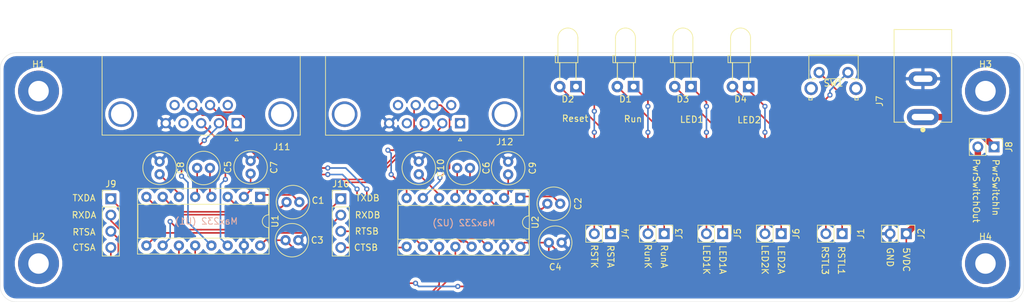
<source format=kicad_pcb>
(kicad_pcb (version 20171130) (host pcbnew 5.1.10)
  (layers (0 F.Cu signal) (31 B.Cu signal) (34 B.Paste user) (35 F.Paste user) (36 B.SilkS user) (37 F.SilkS user) (38 B.Mask user) (39 F.Mask user) (44 Edge.Cuts user))
  (net 0 "")
  (net 1 "Net-(C1-Pad2)")
  (net 2 "Net-(C1-Pad1)")
  (net 3 "Net-(C2-Pad2)")
  (net 4 "Net-(C2-Pad1)")
  (net 5 GND)
  (net 6 +5V)
  (net 7 "Net-(C5-Pad2)")
  (net 8 "Net-(C5-Pad1)")
  (net 9 "Net-(C6-Pad2)")
  (net 10 "Net-(C6-Pad1)")
  (net 11 "Net-(C7-Pad1)")
  (net 12 "Net-(C8-Pad2)")
  (net 13 "Net-(C9-Pad1)")
  (net 14 "Net-(C10-Pad2)")
  (net 15 /RunA)
  (net 16 /RunK)
  (net 17 /ResetA)
  (net 18 /ResetK)
  (net 19 /Led1A)
  (net 20 /Led1K)
  (net 21 /Led2A)
  (net 22 /Led2K)
  (net 23 /ResetLeg3)
  (net 24 /ResetLeg1)
  (net 25 /PwrSwitchIn)
  (net 26 /RS232/CTSA)
  (net 27 /RS232/RTSA)
  (net 28 /RS232/RXDA)
  (net 29 /RS232/TXDA)
  (net 30 /RS232/CTSB)
  (net 31 /RS232/RTSB)
  (net 32 /RS232/RXDB)
  (net 33 /RS232/TXDB)
  (net 34 "Net-(J11-Pad9)")
  (net 35 /RS232/CTSAOUT)
  (net 36 /RS232/RTSAOUT)
  (net 37 "Net-(J11-Pad6)")
  (net 38 "Net-(J11-Pad4)")
  (net 39 /RS232/TXDAOUT)
  (net 40 /RS232/RXDAOUT)
  (net 41 "Net-(J11-Pad1)")
  (net 42 "Net-(J12-Pad9)")
  (net 43 /RS232/CTSBOUT)
  (net 44 /RS232/RTSBOUT)
  (net 45 "Net-(J12-Pad6)")
  (net 46 "Net-(J12-Pad4)")
  (net 47 /RS232/TXDBOUT)
  (net 48 /RS232/RXDBOUT)
  (net 49 "Net-(J12-Pad1)")
  (module Symbols:CUI_PJ-037B (layer F.Cu) (at 217.2208 90.0684 90)
    (fp_text reference J7 (at 2.485784 -6.76712 90) (layer F.SilkS) (effects (font (size 1.000315 1.000315))))
    (fp_text value PJ-037B)
    (pad 2 thru_hole oval (at 6 0 90) (size 2.25 4.5) (drill oval 1 3) (layers *.Cu *.Mask) (net 5 GND))
    (pad 1 thru_hole oval (at 0 0 90) (size 2.5 5) (drill oval 1 3.5) (layers *.Cu *.Mask) (net 25 /PwrSwitchIn))
  )
  (module Connector_Dsub:DSUB-9_Male_Horizontal_P2.77x2.84mm_EdgePinOffset7.70mm_Housed_MountingHolesOffset9.12mm (layer F.Cu) (at 144.88 91.04 180)
    (fp_text reference J12 (at -6.985 -2.921) (layer F.SilkS))
    (fp_text value DB9_Male)
    (pad 0 thru_hole circle (at 18.04 1.42 180) (size 4 4) (drill 3.2) (layers *.Cu *.Mask))
    (pad 0 thru_hole circle (at -6.96 1.42 180) (size 4 4) (drill 3.2) (layers *.Cu *.Mask))
    (pad 9 thru_hole circle (at 9.695 2.84 180) (size 1.6 1.6) (drill 1) (layers *.Cu *.Mask) (net 42 "Net-(J12-Pad9)"))
    (pad 8 thru_hole circle (at 6.925 2.84 180) (size 1.6 1.6) (drill 1) (layers *.Cu *.Mask) (net 43 /RS232/CTSBOUT))
    (pad 7 thru_hole circle (at 4.155 2.84 180) (size 1.6 1.6) (drill 1) (layers *.Cu *.Mask) (net 44 /RS232/RTSBOUT))
    (pad 6 thru_hole circle (at 1.385 2.84 180) (size 1.6 1.6) (drill 1) (layers *.Cu *.Mask) (net 45 "Net-(J12-Pad6)"))
    (pad 5 thru_hole circle (at 11.08 0 180) (size 1.6 1.6) (drill 1) (layers *.Cu *.Mask) (net 5 GND))
    (pad 4 thru_hole circle (at 8.31 0 180) (size 1.6 1.6) (drill 1) (layers *.Cu *.Mask) (net 46 "Net-(J12-Pad4)"))
    (pad 3 thru_hole circle (at 5.54 0 180) (size 1.6 1.6) (drill 1) (layers *.Cu *.Mask) (net 47 /RS232/TXDBOUT))
    (pad 2 thru_hole circle (at 2.77 0 180) (size 1.6 1.6) (drill 1) (layers *.Cu *.Mask) (net 48 /RS232/RXDBOUT))
    (pad 1 thru_hole rect (at 0 0 180) (size 1.6 1.6) (drill 1) (layers *.Cu *.Mask) (net 49 "Net-(J12-Pad1)"))
  )
  (module Connector_Dsub:DSUB-9_Male_Horizontal_P2.77x2.84mm_EdgePinOffset7.70mm_Housed_MountingHolesOffset9.12mm (layer F.Cu) (at 109.96 91.03 180)
    (fp_text reference J11 (at -7.0612 -3.7084) (layer F.SilkS))
    (fp_text value DB9_Male)
    (pad 0 thru_hole circle (at 18.04 1.42 180) (size 4 4) (drill 3.2) (layers *.Cu *.Mask))
    (pad 0 thru_hole circle (at -6.96 1.42 180) (size 4 4) (drill 3.2) (layers *.Cu *.Mask))
    (pad 9 thru_hole circle (at 9.695 2.84 180) (size 1.6 1.6) (drill 1) (layers *.Cu *.Mask) (net 34 "Net-(J11-Pad9)"))
    (pad 8 thru_hole circle (at 6.925 2.84 180) (size 1.6 1.6) (drill 1) (layers *.Cu *.Mask) (net 35 /RS232/CTSAOUT))
    (pad 7 thru_hole circle (at 4.155 2.84 180) (size 1.6 1.6) (drill 1) (layers *.Cu *.Mask) (net 36 /RS232/RTSAOUT))
    (pad 6 thru_hole circle (at 1.385 2.84 180) (size 1.6 1.6) (drill 1) (layers *.Cu *.Mask) (net 37 "Net-(J11-Pad6)"))
    (pad 5 thru_hole circle (at 11.08 0 180) (size 1.6 1.6) (drill 1) (layers *.Cu *.Mask) (net 5 GND))
    (pad 4 thru_hole circle (at 8.31 0 180) (size 1.6 1.6) (drill 1) (layers *.Cu *.Mask) (net 38 "Net-(J11-Pad4)"))
    (pad 3 thru_hole circle (at 5.54 0 180) (size 1.6 1.6) (drill 1) (layers *.Cu *.Mask) (net 39 /RS232/TXDAOUT))
    (pad 2 thru_hole circle (at 2.77 0 180) (size 1.6 1.6) (drill 1) (layers *.Cu *.Mask) (net 40 /RS232/RXDAOUT))
    (pad 1 thru_hole rect (at 0 0 180) (size 1.6 1.6) (drill 1) (layers *.Cu *.Mask) (net 41 "Net-(J11-Pad1)"))
  )
  (module LED_THT:LED_D3.0mm_Horizontal_O3.81mm_Z2.0mm (layer F.Cu) (at 189.992 85.3 180)
    (fp_text reference D4 (at 1.27 -1.96) (layer F.SilkS))
    (fp_text value LED)
    (pad 2 thru_hole circle (at 2.54 0 180) (size 1.8 1.8) (drill 0.9) (layers *.Cu *.Mask) (net 21 /Led2A))
    (pad 1 thru_hole rect (at 0 0 180) (size 1.8 1.8) (drill 0.9) (layers *.Cu *.Mask) (net 22 /Led2K))
  )
  (module LED_THT:LED_D3.0mm_Horizontal_O3.81mm_Z2.0mm (layer F.Cu) (at 180.975 85.3 180)
    (fp_text reference D3 (at 1.27 -1.96) (layer F.SilkS))
    (fp_text value LED)
    (pad 2 thru_hole circle (at 2.54 0 180) (size 1.8 1.8) (drill 0.9) (layers *.Cu *.Mask) (net 19 /Led1A))
    (pad 1 thru_hole rect (at 0 0 180) (size 1.8 1.8) (drill 0.9) (layers *.Cu *.Mask) (net 20 /Led1K))
  )
  (module LED_THT:LED_D3.0mm_Horizontal_O3.81mm_Z2.0mm (layer F.Cu) (at 163 85.3 180)
    (fp_text reference D2 (at 1.27 -1.96) (layer F.SilkS))
    (fp_text value LED)
    (pad 1 thru_hole rect (at 0 0 180) (size 1.8 1.8) (drill 0.9) (layers *.Cu *.Mask) (net 18 /ResetK))
    (pad 2 thru_hole circle (at 2.54 0 180) (size 1.8 1.8) (drill 0.9) (layers *.Cu *.Mask) (net 17 /ResetA))
  )
  (module LED_THT:LED_D3.0mm_Horizontal_O3.81mm_Z2.0mm (layer F.Cu) (at 172 85.3 180)
    (fp_text reference D1 (at 1.27 -1.96) (layer F.SilkS))
    (fp_text value LED)
    (pad 1 thru_hole rect (at 0 0 180) (size 1.8 1.8) (drill 0.9) (layers *.Cu *.Mask) (net 16 /RunK))
    (pad 2 thru_hole circle (at 2.54 0 180) (size 1.8 1.8) (drill 0.9) (layers *.Cu *.Mask) (net 15 /RunA))
  )
  (module Button_Switch_THT:SW_Tactile_SPST_Angled_PTS645Vx83-2LFS (layer F.Cu) (at 201 83.09)
    (fp_text reference SW1 (at 2.25 1.68) (layer F.SilkS))
    (fp_text value SW_DIP_x01)
    (pad "" thru_hole circle (at -1.25 2.49) (size 2.1 2.1) (drill 1.3) (layers *.Cu *.Mask))
    (pad 1 thru_hole circle (at 0 0) (size 1.75 1.75) (drill 0.99) (layers *.Cu *.Mask) (net 24 /ResetLeg1))
    (pad 2 thru_hole circle (at 4.5 0) (size 1.75 1.75) (drill 0.99) (layers *.Cu *.Mask) (net 23 /ResetLeg3))
    (pad "" thru_hole circle (at 5.76 2.49) (size 2.1 2.1) (drill 1.3) (layers *.Cu *.Mask))
  )
  (module MountingHole:MountingHole_3.2mm_M3_Pad (layer F.Cu) (at 227 113)
    (fp_text reference H4 (at 0 -4.2) (layer F.SilkS))
    (fp_text value MountingHole)
    (pad 1 thru_hole circle (at 0 0) (size 6.4 6.4) (drill 3.2) (layers *.Cu *.Mask))
  )
  (module MountingHole:MountingHole_3.2mm_M3_Pad (layer F.Cu) (at 227 86)
    (fp_text reference H3 (at 0 -4.2) (layer F.SilkS))
    (fp_text value MountingHole)
    (pad 1 thru_hole circle (at 0 0) (size 6.4 6.4) (drill 3.2) (layers *.Cu *.Mask))
  )
  (module MountingHole:MountingHole_3.2mm_M3_Pad (layer F.Cu) (at 79 113)
    (fp_text reference H2 (at 0 -4.2) (layer F.SilkS))
    (fp_text value MountingHole)
    (pad 1 thru_hole circle (at 0 0) (size 6.4 6.4) (drill 3.2) (layers *.Cu *.Mask))
  )
  (module MountingHole:MountingHole_3.2mm_M3_Pad (layer F.Cu) (at 79 86)
    (fp_text reference H1 (at 0 -4.2) (layer F.SilkS))
    (fp_text value MountingHole)
    (pad 1 thru_hole circle (at 0 0) (size 6.4 6.4) (drill 3.2) (layers *.Cu *.Mask))
  )
  (module Package_DIP:DIP-16_W7.62mm_Socket (layer F.Cu) (at 154.309 102.741 270)
    (fp_text reference U2 (at 3.81 -2.33 90) (layer F.SilkS))
    (fp_text value MAX232)
    (pad 16 thru_hole oval (at 7.62 0 270) (size 1.6 1.6) (drill 0.8) (layers *.Cu *.Mask) (net 6 +5V))
    (pad 8 thru_hole oval (at 0 17.78 270) (size 1.6 1.6) (drill 0.8) (layers *.Cu *.Mask) (net 43 /RS232/CTSBOUT))
    (pad 15 thru_hole oval (at 7.62 2.54 270) (size 1.6 1.6) (drill 0.8) (layers *.Cu *.Mask) (net 5 GND))
    (pad 7 thru_hole oval (at 0 15.24 270) (size 1.6 1.6) (drill 0.8) (layers *.Cu *.Mask) (net 44 /RS232/RTSBOUT))
    (pad 14 thru_hole oval (at 7.62 5.08 270) (size 1.6 1.6) (drill 0.8) (layers *.Cu *.Mask) (net 36 /RS232/RTSAOUT))
    (pad 6 thru_hole oval (at 0 12.7 270) (size 1.6 1.6) (drill 0.8) (layers *.Cu *.Mask) (net 14 "Net-(C10-Pad2)"))
    (pad 13 thru_hole oval (at 7.62 7.62 270) (size 1.6 1.6) (drill 0.8) (layers *.Cu *.Mask) (net 35 /RS232/CTSAOUT))
    (pad 5 thru_hole oval (at 0 10.16 270) (size 1.6 1.6) (drill 0.8) (layers *.Cu *.Mask) (net 9 "Net-(C6-Pad2)"))
    (pad 12 thru_hole oval (at 7.62 10.16 270) (size 1.6 1.6) (drill 0.8) (layers *.Cu *.Mask) (net 26 /RS232/CTSA))
    (pad 4 thru_hole oval (at 0 7.62 270) (size 1.6 1.6) (drill 0.8) (layers *.Cu *.Mask) (net 10 "Net-(C6-Pad1)"))
    (pad 11 thru_hole oval (at 7.62 12.7 270) (size 1.6 1.6) (drill 0.8) (layers *.Cu *.Mask) (net 27 /RS232/RTSA))
    (pad 3 thru_hole oval (at 0 5.08 270) (size 1.6 1.6) (drill 0.8) (layers *.Cu *.Mask) (net 3 "Net-(C2-Pad2)"))
    (pad 10 thru_hole oval (at 7.62 15.24 270) (size 1.6 1.6) (drill 0.8) (layers *.Cu *.Mask) (net 31 /RS232/RTSB))
    (pad 2 thru_hole oval (at 0 2.54 270) (size 1.6 1.6) (drill 0.8) (layers *.Cu *.Mask) (net 13 "Net-(C9-Pad1)"))
    (pad 9 thru_hole oval (at 7.62 17.78 270) (size 1.6 1.6) (drill 0.8) (layers *.Cu *.Mask) (net 30 /RS232/CTSB))
    (pad 1 thru_hole rect (at 0 0 270) (size 1.6 1.6) (drill 0.8) (layers *.Cu *.Mask) (net 4 "Net-(C2-Pad1)"))
  )
  (module Package_DIP:DIP-16_W7.62mm_Socket (layer F.Cu) (at 113.6396 102.5652 270)
    (fp_text reference U1 (at 3.81 -2.33 90) (layer F.SilkS))
    (fp_text value MAX232)
    (pad 16 thru_hole oval (at 7.62 0 270) (size 1.6 1.6) (drill 0.8) (layers *.Cu *.Mask) (net 6 +5V))
    (pad 8 thru_hole oval (at 0 17.78 270) (size 1.6 1.6) (drill 0.8) (layers *.Cu *.Mask) (net 48 /RS232/RXDBOUT))
    (pad 15 thru_hole oval (at 7.62 2.54 270) (size 1.6 1.6) (drill 0.8) (layers *.Cu *.Mask) (net 5 GND))
    (pad 7 thru_hole oval (at 0 15.24 270) (size 1.6 1.6) (drill 0.8) (layers *.Cu *.Mask) (net 47 /RS232/TXDBOUT))
    (pad 14 thru_hole oval (at 7.62 5.08 270) (size 1.6 1.6) (drill 0.8) (layers *.Cu *.Mask) (net 39 /RS232/TXDAOUT))
    (pad 6 thru_hole oval (at 0 12.7 270) (size 1.6 1.6) (drill 0.8) (layers *.Cu *.Mask) (net 12 "Net-(C8-Pad2)"))
    (pad 13 thru_hole oval (at 7.62 7.62 270) (size 1.6 1.6) (drill 0.8) (layers *.Cu *.Mask) (net 40 /RS232/RXDAOUT))
    (pad 5 thru_hole oval (at 0 10.16 270) (size 1.6 1.6) (drill 0.8) (layers *.Cu *.Mask) (net 7 "Net-(C5-Pad2)"))
    (pad 12 thru_hole oval (at 7.62 10.16 270) (size 1.6 1.6) (drill 0.8) (layers *.Cu *.Mask) (net 28 /RS232/RXDA))
    (pad 4 thru_hole oval (at 0 7.62 270) (size 1.6 1.6) (drill 0.8) (layers *.Cu *.Mask) (net 8 "Net-(C5-Pad1)"))
    (pad 11 thru_hole oval (at 7.62 12.7 270) (size 1.6 1.6) (drill 0.8) (layers *.Cu *.Mask) (net 29 /RS232/TXDA))
    (pad 3 thru_hole oval (at 0 5.08 270) (size 1.6 1.6) (drill 0.8) (layers *.Cu *.Mask) (net 1 "Net-(C1-Pad2)"))
    (pad 10 thru_hole oval (at 7.62 15.24 270) (size 1.6 1.6) (drill 0.8) (layers *.Cu *.Mask) (net 33 /RS232/TXDB))
    (pad 2 thru_hole oval (at 0 2.54 270) (size 1.6 1.6) (drill 0.8) (layers *.Cu *.Mask) (net 11 "Net-(C7-Pad1)"))
    (pad 9 thru_hole oval (at 7.62 17.78 270) (size 1.6 1.6) (drill 0.8) (layers *.Cu *.Mask) (net 32 /RS232/RXDB))
    (pad 1 thru_hole rect (at 0 0 270) (size 1.6 1.6) (drill 0.8) (layers *.Cu *.Mask) (net 2 "Net-(C1-Pad1)"))
  )
  (module Connector_PinHeader_2.54mm:PinHeader_1x04_P2.54mm_Vertical (layer F.Cu) (at 126.238 102.87)
    (fp_text reference J10 (at 0 -2.33) (layer F.SilkS))
    (fp_text value Conn_01x04_Male)
    (pad 4 thru_hole oval (at 0 7.62) (size 1.7 1.7) (drill 1) (layers *.Cu *.Mask) (net 30 /RS232/CTSB))
    (pad 3 thru_hole oval (at 0 5.08) (size 1.7 1.7) (drill 1) (layers *.Cu *.Mask) (net 31 /RS232/RTSB))
    (pad 2 thru_hole oval (at 0 2.54) (size 1.7 1.7) (drill 1) (layers *.Cu *.Mask) (net 32 /RS232/RXDB))
    (pad 1 thru_hole rect (at 0 0) (size 1.7 1.7) (drill 1) (layers *.Cu *.Mask) (net 33 /RS232/TXDB))
  )
  (module Connector_PinHeader_2.54mm:PinHeader_1x04_P2.54mm_Vertical (layer F.Cu) (at 90.297 102.87)
    (fp_text reference J9 (at 0 -2.33) (layer F.SilkS))
    (fp_text value Conn_01x04_Male)
    (pad 4 thru_hole oval (at 0 7.62) (size 1.7 1.7) (drill 1) (layers *.Cu *.Mask) (net 26 /RS232/CTSA))
    (pad 3 thru_hole oval (at 0 5.08) (size 1.7 1.7) (drill 1) (layers *.Cu *.Mask) (net 27 /RS232/RTSA))
    (pad 2 thru_hole oval (at 0 2.54) (size 1.7 1.7) (drill 1) (layers *.Cu *.Mask) (net 28 /RS232/RXDA))
    (pad 1 thru_hole rect (at 0 0) (size 1.7 1.7) (drill 1) (layers *.Cu *.Mask) (net 29 /RS232/TXDA))
  )
  (module Connector_PinHeader_2.54mm:PinHeader_1x02_P2.54mm_Vertical (layer F.Cu) (at 228.346 94.742 270)
    (fp_text reference J8 (at 0 -2.33 90) (layer F.SilkS))
    (fp_text value Conn_01x02_Male)
    (pad 2 thru_hole oval (at 0 2.54 270) (size 1.7 1.7) (drill 1) (layers *.Cu *.Mask) (net 6 +5V))
    (pad 1 thru_hole rect (at 0 0 270) (size 1.7 1.7) (drill 1) (layers *.Cu *.Mask) (net 25 /PwrSwitchIn))
  )
  (module Connector_PinHeader_2.54mm:PinHeader_1x02_P2.54mm_Vertical (layer F.Cu) (at 195.072 108.331 270)
    (fp_text reference J6 (at 0 -2.33 90) (layer F.SilkS))
    (fp_text value Conn_01x02_Male)
    (pad 2 thru_hole oval (at 0 2.54 270) (size 1.7 1.7) (drill 1) (layers *.Cu *.Mask) (net 22 /Led2K))
    (pad 1 thru_hole rect (at 0 0 270) (size 1.7 1.7) (drill 1) (layers *.Cu *.Mask) (net 21 /Led2A))
  )
  (module Connector_PinHeader_2.54mm:PinHeader_1x02_P2.54mm_Vertical (layer F.Cu) (at 185.928 108.331 270)
    (fp_text reference J5 (at 0 -2.33 90) (layer F.SilkS))
    (fp_text value Conn_01x02_Male)
    (pad 2 thru_hole oval (at 0 2.54 270) (size 1.7 1.7) (drill 1) (layers *.Cu *.Mask) (net 20 /Led1K))
    (pad 1 thru_hole rect (at 0 0 270) (size 1.7 1.7) (drill 1) (layers *.Cu *.Mask) (net 19 /Led1A))
  )
  (module Connector_PinHeader_2.54mm:PinHeader_1x02_P2.54mm_Vertical (layer F.Cu) (at 168.402 108.331 270)
    (fp_text reference J4 (at 0 -2.33 90) (layer F.SilkS))
    (fp_text value Conn_01x02_Male)
    (pad 2 thru_hole oval (at 0 2.54 270) (size 1.7 1.7) (drill 1) (layers *.Cu *.Mask) (net 18 /ResetK))
    (pad 1 thru_hole rect (at 0 0 270) (size 1.7 1.7) (drill 1) (layers *.Cu *.Mask) (net 17 /ResetA))
  )
  (module Connector_PinHeader_2.54mm:PinHeader_1x02_P2.54mm_Vertical (layer F.Cu) (at 176.784 108.331 270)
    (fp_text reference J3 (at 0 -2.33 90) (layer F.SilkS))
    (fp_text value Conn_01x02_Male)
    (pad 2 thru_hole oval (at 0 2.54 270) (size 1.7 1.7) (drill 1) (layers *.Cu *.Mask) (net 16 /RunK))
    (pad 1 thru_hole rect (at 0 0 270) (size 1.7 1.7) (drill 1) (layers *.Cu *.Mask) (net 15 /RunA))
  )
  (module Connector_PinHeader_2.54mm:PinHeader_1x02_P2.54mm_Vertical (layer F.Cu) (at 214.63 108.331 270)
    (fp_text reference J2 (at 0 -2.33 90) (layer F.SilkS))
    (fp_text value Conn_01x02_Male)
    (pad 2 thru_hole oval (at 0 2.54 270) (size 1.7 1.7) (drill 1) (layers *.Cu *.Mask) (net 5 GND))
    (pad 1 thru_hole rect (at 0 0 270) (size 1.7 1.7) (drill 1) (layers *.Cu *.Mask) (net 6 +5V))
  )
  (module Connector_PinHeader_2.54mm:PinHeader_1x02_P2.54mm_Vertical (layer F.Cu) (at 204.597 108.331 270)
    (fp_text reference J1 (at 0 -2.921 90) (layer F.SilkS))
    (fp_text value Conn_01x02_Male)
    (pad 2 thru_hole oval (at 0 2.54 270) (size 1.7 1.7) (drill 1) (layers *.Cu *.Mask) (net 23 /ResetLeg3))
    (pad 1 thru_hole rect (at 0 0 270) (size 1.7 1.7) (drill 1) (layers *.Cu *.Mask) (net 24 /ResetLeg1))
  )
  (module Capacitor_THT:C_Radial_D5.0mm_H11.0mm_P2.00mm (layer F.Cu) (at 138.43 97.028 270)
    (fp_text reference C10 (at 1.016 -3.429 90) (layer F.SilkS))
    (fp_text value 1uF)
    (pad 2 thru_hole circle (at 2 0 270) (size 1.6 1.6) (drill 0.8) (layers *.Cu *.Mask) (net 14 "Net-(C10-Pad2)"))
    (pad 1 thru_hole circle (at 0 0 270) (size 1.6 1.6) (drill 0.8) (layers *.Cu *.Mask) (net 5 GND))
  )
  (module Capacitor_THT:C_Radial_D5.0mm_H11.0mm_P2.00mm (layer F.Cu) (at 152.4 99.06 90)
    (fp_text reference C9 (at 1 3.81 90) (layer F.SilkS))
    (fp_text value 1uF)
    (pad 2 thru_hole circle (at 2 0 90) (size 1.6 1.6) (drill 0.8) (layers *.Cu *.Mask) (net 5 GND))
    (pad 1 thru_hole circle (at 0 0 90) (size 1.6 1.6) (drill 0.8) (layers *.Cu *.Mask) (net 13 "Net-(C9-Pad1)"))
  )
  (module Capacitor_THT:C_Radial_D5.0mm_H11.0mm_P2.00mm (layer F.Cu) (at 97.917 97.028 270)
    (fp_text reference C8 (at 1.016 -3.302 90) (layer F.SilkS))
    (fp_text value 1uF)
    (pad 2 thru_hole circle (at 2 0 270) (size 1.6 1.6) (drill 0.8) (layers *.Cu *.Mask) (net 12 "Net-(C8-Pad2)"))
    (pad 1 thru_hole circle (at 0 0 270) (size 1.6 1.6) (drill 0.8) (layers *.Cu *.Mask) (net 5 GND))
  )
  (module Capacitor_THT:C_Radial_D5.0mm_H11.0mm_P2.00mm (layer F.Cu) (at 112.141 98.933 90)
    (fp_text reference C7 (at 0.9652 3.6576 90) (layer F.SilkS))
    (fp_text value 1uF)
    (pad 2 thru_hole circle (at 2 0 90) (size 1.6 1.6) (drill 0.8) (layers *.Cu *.Mask) (net 5 GND))
    (pad 1 thru_hole circle (at 0 0 90) (size 1.6 1.6) (drill 0.8) (layers *.Cu *.Mask) (net 11 "Net-(C7-Pad1)"))
  )
  (module Capacitor_THT:C_Radial_D5.0mm_H11.0mm_P2.00mm (layer F.Cu) (at 146.431 98.044 180)
    (fp_text reference C6 (at -2.54 0 270) (layer F.SilkS))
    (fp_text value 1uF)
    (pad 2 thru_hole circle (at 2 0 180) (size 1.6 1.6) (drill 0.8) (layers *.Cu *.Mask) (net 9 "Net-(C6-Pad2)"))
    (pad 1 thru_hole circle (at 0 0 180) (size 1.6 1.6) (drill 0.8) (layers *.Cu *.Mask) (net 10 "Net-(C6-Pad1)"))
  )
  (module Capacitor_THT:C_Radial_D5.0mm_H11.0mm_P2.00mm (layer F.Cu) (at 105.791 98.044 180)
    (fp_text reference C5 (at -2.794 0.127 270) (layer F.SilkS))
    (fp_text value 1uF)
    (pad 2 thru_hole circle (at 2 0 180) (size 1.6 1.6) (drill 0.8) (layers *.Cu *.Mask) (net 7 "Net-(C5-Pad2)"))
    (pad 1 thru_hole circle (at 0 0 180) (size 1.6 1.6) (drill 0.8) (layers *.Cu *.Mask) (net 8 "Net-(C5-Pad1)"))
  )
  (module Capacitor_THT:C_Radial_D5.0mm_H11.0mm_P2.00mm (layer F.Cu) (at 158.75 109.728)
    (fp_text reference C4 (at 1.016 3.81 180) (layer F.SilkS))
    (fp_text value 1uF)
    (pad 2 thru_hole circle (at 2 0) (size 1.6 1.6) (drill 0.8) (layers *.Cu *.Mask) (net 5 GND))
    (pad 1 thru_hole circle (at 0 0) (size 1.6 1.6) (drill 0.8) (layers *.Cu *.Mask) (net 6 +5V))
  )
  (module Capacitor_THT:C_Radial_D5.0mm_H11.0mm_P2.00mm (layer F.Cu) (at 117.602 109.347)
    (fp_text reference C3 (at 4.953 0) (layer F.SilkS))
    (fp_text value 1uF)
    (pad 2 thru_hole circle (at 2 0) (size 1.6 1.6) (drill 0.8) (layers *.Cu *.Mask) (net 5 GND))
    (pad 1 thru_hole circle (at 0 0) (size 1.6 1.6) (drill 0.8) (layers *.Cu *.Mask) (net 6 +5V))
  )
  (module Capacitor_THT:C_Radial_D5.0mm_H11.0mm_P2.00mm (layer F.Cu) (at 160.528 103.632 180)
    (fp_text reference C2 (at -2.794 0 270) (layer F.SilkS))
    (fp_text value 1uF)
    (pad 2 thru_hole circle (at 2 0 180) (size 1.6 1.6) (drill 0.8) (layers *.Cu *.Mask) (net 3 "Net-(C2-Pad2)"))
    (pad 1 thru_hole circle (at 0 0 180) (size 1.6 1.6) (drill 0.8) (layers *.Cu *.Mask) (net 4 "Net-(C2-Pad1)"))
  )
  (module Capacitor_THT:C_Radial_D5.0mm_H11.0mm_P2.00mm (layer F.Cu) (at 119.761 103.378 180)
    (fp_text reference C1 (at -2.921 0.254) (layer F.SilkS))
    (fp_text value 1uF)
    (pad 2 thru_hole circle (at 2 0 180) (size 1.6 1.6) (drill 0.8) (layers *.Cu *.Mask) (net 1 "Net-(C1-Pad2)"))
    (pad 1 thru_hole circle (at 0 0 180) (size 1.6 1.6) (drill 0.8) (layers *.Cu *.Mask) (net 2 "Net-(C1-Pad1)"))
  )
  (gr_arc (start 75.5 82.5) (end 75.5 80) (angle -90) (layer Edge.Cuts) (width 0.05))
  (gr_arc (start 75.5 116.5) (end 73 116.5) (angle -90) (layer Edge.Cuts) (width 0.05))
  (gr_arc (start 230.5 116.5) (end 230.5 119) (angle -90) (layer Edge.Cuts) (width 0.05))
  (gr_arc (start 230.5 82.5) (end 233 82.5) (angle -90) (layer Edge.Cuts) (width 0.05))
  (gr_text "Max232 (U2)" (at 145.48 106.64) (layer B.SilkS) (effects (font (size 1 1)) (justify mirror)))
  (gr_text "Max232 (U1)" (at 105.23 106.38) (layer B.SilkS) (effects (font (size 1 1)) (justify mirror)))
  (gr_line (start 73 116.5) (end 73 82.5) (layer Edge.Cuts) (width 0.05))
  (gr_line (start 230.5 119) (end 75.5 119) (layer Edge.Cuts) (width 0.05))
  (gr_line (start 233 82.5) (end 233 116.5) (layer Edge.Cuts) (width 0.05))
  (gr_line (start 75.5 80) (end 230.5 80) (layer Edge.Cuts) (width 0.05))
  (gr_text LED2 (at 190.0682 90.5256) (layer F.SilkS) (effects (font (size 1 1))))
  (gr_text LED1 (at 181.102 90.4494) (layer F.SilkS) (effects (font (size 1 1))))
  (gr_text Run (at 171.9072 90.3732) (layer F.SilkS) (effects (font (size 1 1))))
  (gr_text Reset (at 162.8648 90.297) (layer F.SilkS) (effects (font (size 1 1))))
  (gr_text RSTK (at 165.862 111.887 270) (layer F.SilkS) (effects (font (size 1 1))))
  (gr_text RSTA (at 168.402 111.887 270) (layer F.SilkS) (effects (font (size 1 1))))
  (gr_text RunK (at 174.244 111.887 270) (layer F.SilkS) (effects (font (size 1 1))))
  (gr_text RunA (at 176.784 111.887 270) (layer F.SilkS) (effects (font (size 1 1))))
  (gr_text LED1K (at 183.388 112.395 270) (layer F.SilkS) (effects (font (size 1 1))))
  (gr_text LED1A (at 185.928 112.395 270) (layer F.SilkS) (effects (font (size 1 1))))
  (gr_text LED2K (at 192.532 112.395 270) (layer F.SilkS) (effects (font (size 1 1))))
  (gr_text LED2A (at 195.072 112.395 270) (layer F.SilkS) (effects (font (size 1 1))))
  (gr_text 5VDC (at 214.63 112.395 270) (layer F.SilkS) (effects (font (size 1 1))))
  (gr_text GND (at 212.09 112.014 270) (layer F.SilkS) (effects (font (size 1 1))))
  (gr_text PwrSwitchOut (at 225.552 101.6 270) (layer F.SilkS) (effects (font (size 1 1))))
  (gr_text PwrSwitchIn (at 228.6 101.092 270) (layer F.SilkS) (effects (font (size 1 1))))
  (gr_text RSTL3 (at 201.93 112.522 270) (layer F.SilkS) (effects (font (size 1 1))))
  (gr_text RSTL1 (at 204.47 112.522 270) (layer F.SilkS) (effects (font (size 1 1))))
  (gr_text CTSB (at 130.175 110.49) (layer F.SilkS) (effects (font (size 1 1))))
  (gr_text RTSB (at 130.302 107.95) (layer F.SilkS) (effects (font (size 1 1))))
  (gr_text RXDB (at 130.429 105.41) (layer F.SilkS) (effects (font (size 1 1))))
  (gr_text TXDB (at 130.429 102.743) (layer F.SilkS) (effects (font (size 1 1))))
  (gr_text CTSA (at 86.106 110.49) (layer F.SilkS) (effects (font (size 1 1))))
  (gr_text RTSA (at 86.106 108.077) (layer F.SilkS) (effects (font (size 1 1))))
  (gr_text RXDA (at 86.106 105.41) (layer F.SilkS) (effects (font (size 1 1))))
  (gr_text TXDA (at 86.106 102.743) (layer F.SilkS) (effects (font (size 1 1))))
  (segment (start 110.172399 104.177999) (end 108.5596 102.5652) (width 0.25) (layer F.Cu) (net 1))
  (segment (start 116.961001 104.177999) (end 110.172399 104.177999) (width 0.25) (layer F.Cu) (net 1))
  (segment (start 117.761 103.378) (end 116.961001 104.177999) (width 0.25) (layer F.Cu) (net 1))
  (segment (start 113.951801 102.252999) (end 113.6396 102.5652) (width 0.25) (layer F.Cu) (net 2))
  (segment (start 118.635999 102.252999) (end 113.951801 102.252999) (width 0.25) (layer F.Cu) (net 2))
  (segment (start 119.761 103.378) (end 118.635999 102.252999) (width 0.25) (layer F.Cu) (net 2))
  (segment (start 150.919999 104.431999) (end 149.229 102.741) (width 0.25) (layer F.Cu) (net 3))
  (segment (start 157.728001 104.431999) (end 150.919999 104.431999) (width 0.25) (layer F.Cu) (net 3))
  (segment (start 158.528 103.632) (end 157.728001 104.431999) (width 0.25) (layer F.Cu) (net 3))
  (segment (start 154.543001 102.506999) (end 154.309 102.741) (width 0.25) (layer F.Cu) (net 4))
  (segment (start 159.402999 102.506999) (end 154.543001 102.506999) (width 0.25) (layer F.Cu) (net 4))
  (segment (start 160.528 103.632) (end 159.402999 102.506999) (width 0.25) (layer F.Cu) (net 4))
  (segment (start 114.4778 109.347) (end 113.6396 110.1852) (width 0.25) (layer F.Cu) (net 6))
  (segment (start 117.602 109.347) (end 114.4778 109.347) (width 0.25) (layer F.Cu) (net 6))
  (segment (start 154.942 109.728) (end 154.309 110.361) (width 0.25) (layer F.Cu) (net 6))
  (segment (start 158.75 109.728) (end 154.942 109.728) (width 0.25) (layer F.Cu) (net 6))
  (segment (start 158.75 109.728) (end 158.75 113.538) (width 0.254) (layer F.Cu) (net 6))
  (segment (start 158.75 113.538) (end 155.702 116.586) (width 0.254) (layer F.Cu) (net 6))
  (segment (start 155.702 116.586) (end 144.526 116.586) (width 0.254) (layer F.Cu) (net 6))
  (segment (start 144.526 116.586) (end 144.526 116.586) (width 0.254) (layer F.Cu) (net 6))
  (via (at 144.526 116.586) (size 0.8) (drill 0.4) (layers F.Cu B.Cu) (net 6))
  (segment (start 144.526 116.586) (end 138.43 116.586) (width 0.254) (layer B.Cu) (net 6))
  (segment (start 138.43 116.586) (end 137.922 116.078) (width 0.254) (layer B.Cu) (net 6))
  (segment (start 137.922 116.078) (end 137.922 116.078) (width 0.254) (layer B.Cu) (net 6))
  (via (at 137.922 116.078) (size 0.8) (drill 0.4) (layers F.Cu B.Cu) (net 6))
  (segment (start 124.333 116.078) (end 117.602 109.347) (width 0.254) (layer F.Cu) (net 6))
  (segment (start 137.922 116.078) (end 124.333 116.078) (width 0.254) (layer F.Cu) (net 6))
  (segment (start 225.806 97.155) (end 214.63 108.331) (width 1) (layer F.Cu) (net 6))
  (segment (start 225.806 94.742) (end 225.806 97.155) (width 1) (layer F.Cu) (net 6))
  (segment (start 214.63 108.331) (end 214.63 111.76) (width 0.254) (layer F.Cu) (net 6))
  (segment (start 214.63 111.76) (end 213.36 113.03) (width 0.254) (layer F.Cu) (net 6))
  (segment (start 162.052 113.03) (end 158.75 109.728) (width 0.254) (layer F.Cu) (net 6))
  (segment (start 213.36 113.03) (end 162.052 113.03) (width 0.254) (layer F.Cu) (net 6))
  (segment (start 103.791 102.2538) (end 103.4796 102.5652) (width 0.25) (layer F.Cu) (net 7))
  (segment (start 103.791 98.044) (end 103.791 102.2538) (width 0.25) (layer F.Cu) (net 7))
  (segment (start 105.791 102.3366) (end 106.0196 102.5652) (width 0.25) (layer F.Cu) (net 8))
  (segment (start 105.791 98.044) (end 105.791 102.3366) (width 0.25) (layer F.Cu) (net 8))
  (segment (start 144.431 102.459) (end 144.149 102.741) (width 0.25) (layer F.Cu) (net 9))
  (segment (start 144.431 98.044) (end 144.431 102.459) (width 0.25) (layer F.Cu) (net 9))
  (segment (start 146.431 102.483) (end 146.689 102.741) (width 0.25) (layer F.Cu) (net 10))
  (segment (start 146.431 98.044) (end 146.431 102.483) (width 0.25) (layer F.Cu) (net 10))
  (segment (start 112.141 101.5238) (end 111.0996 102.5652) (width 0.25) (layer F.Cu) (net 11))
  (segment (start 112.141 98.933) (end 112.141 101.5238) (width 0.25) (layer F.Cu) (net 11))
  (segment (start 100.9396 102.0506) (end 100.9396 102.5652) (width 0.25) (layer F.Cu) (net 12))
  (segment (start 97.917 99.028) (end 100.9396 102.0506) (width 0.25) (layer F.Cu) (net 12))
  (segment (start 152.4 102.11) (end 151.769 102.741) (width 0.25) (layer F.Cu) (net 13))
  (segment (start 152.4 99.06) (end 152.4 102.11) (width 0.25) (layer F.Cu) (net 13))
  (segment (start 141.609 102.207) (end 141.609 102.741) (width 0.25) (layer F.Cu) (net 14))
  (segment (start 138.43 99.028) (end 141.609 102.207) (width 0.25) (layer F.Cu) (net 14))
  (segment (start 176.784 92.624) (end 169.46 85.3) (width 0.25) (layer F.Cu) (net 15))
  (segment (start 176.784 108.331) (end 176.784 92.624) (width 0.25) (layer F.Cu) (net 15))
  (segment (start 174.244 108.331) (end 174.244 92.456) (width 0.25) (layer F.Cu) (net 16))
  (segment (start 174.244 92.456) (end 174.244 92.456) (width 0.25) (layer F.Cu) (net 16))
  (via (at 174.244 92.456) (size 0.8) (drill 0.4) (layers F.Cu B.Cu) (net 16))
  (segment (start 174.244 92.456) (end 174.244 88.392) (width 0.25) (layer B.Cu) (net 16))
  (segment (start 174.244 88.392) (end 174.244 88.392) (width 0.25) (layer B.Cu) (net 16))
  (via (at 174.244 88.392) (size 0.8) (drill 0.4) (layers F.Cu B.Cu) (net 16))
  (segment (start 174.244 87.544) (end 172 85.3) (width 0.25) (layer F.Cu) (net 16))
  (segment (start 174.244 88.392) (end 174.244 87.544) (width 0.25) (layer F.Cu) (net 16))
  (segment (start 168.402 93.242) (end 160.46 85.3) (width 0.25) (layer F.Cu) (net 17))
  (segment (start 168.402 108.331) (end 168.402 93.242) (width 0.25) (layer F.Cu) (net 17))
  (segment (start 165.862 108.331) (end 165.862 92.456) (width 0.25) (layer F.Cu) (net 18))
  (segment (start 165.862 92.456) (end 165.862 92.456) (width 0.25) (layer F.Cu) (net 18))
  (via (at 165.862 92.456) (size 0.8) (drill 0.4) (layers F.Cu B.Cu) (net 18))
  (segment (start 165.862 92.456) (end 165.862 89.154) (width 0.25) (layer B.Cu) (net 18))
  (segment (start 165.862 89.154) (end 165.862 89.154) (width 0.25) (layer B.Cu) (net 18))
  (via (at 165.862 89.154) (size 0.8) (drill 0.4) (layers F.Cu B.Cu) (net 18))
  (segment (start 165.862 88.162) (end 163 85.3) (width 0.25) (layer F.Cu) (net 18))
  (segment (start 165.862 89.154) (end 165.862 88.162) (width 0.25) (layer F.Cu) (net 18))
  (segment (start 185.928 92.793) (end 178.435 85.3) (width 0.25) (layer F.Cu) (net 19))
  (segment (start 185.928 108.331) (end 185.928 92.793) (width 0.25) (layer F.Cu) (net 19))
  (segment (start 183.388 108.331) (end 183.388 92.456) (width 0.25) (layer F.Cu) (net 20))
  (segment (start 183.388 92.456) (end 183.388 92.456) (width 0.25) (layer F.Cu) (net 20))
  (via (at 183.388 92.456) (size 0.8) (drill 0.4) (layers F.Cu B.Cu) (net 20))
  (segment (start 183.388 92.456) (end 183.388 88.392) (width 0.25) (layer B.Cu) (net 20))
  (segment (start 183.388 88.392) (end 183.388 88.392) (width 0.25) (layer B.Cu) (net 20))
  (via (at 183.388 88.392) (size 0.8) (drill 0.4) (layers F.Cu B.Cu) (net 20))
  (segment (start 183.388 87.713) (end 180.975 85.3) (width 0.25) (layer F.Cu) (net 20))
  (segment (start 183.388 88.392) (end 183.388 87.713) (width 0.25) (layer F.Cu) (net 20))
  (segment (start 195.072 92.92) (end 187.452 85.3) (width 0.25) (layer F.Cu) (net 21))
  (segment (start 195.072 108.331) (end 195.072 92.92) (width 0.25) (layer F.Cu) (net 21))
  (segment (start 192.532 108.331) (end 192.532 92.456) (width 0.25) (layer F.Cu) (net 22))
  (segment (start 192.532 92.456) (end 192.532 92.456) (width 0.25) (layer F.Cu) (net 22))
  (via (at 192.532 92.456) (size 0.8) (drill 0.4) (layers F.Cu B.Cu) (net 22))
  (segment (start 192.532 92.456) (end 192.532 88.392) (width 0.25) (layer B.Cu) (net 22))
  (segment (start 192.532 88.392) (end 192.532 88.392) (width 0.25) (layer B.Cu) (net 22))
  (via (at 192.532 88.392) (size 0.8) (drill 0.4) (layers F.Cu B.Cu) (net 22))
  (segment (start 189.992 85.852) (end 192.532 88.392) (width 0.25) (layer F.Cu) (net 22))
  (segment (start 189.992 85.3) (end 189.992 85.852) (width 0.25) (layer F.Cu) (net 22))
  (segment (start 202.057 108.331) (end 202.057 87.249) (width 0.254) (layer F.Cu) (net 23))
  (segment (start 202.057 87.249) (end 202.692 86.614) (width 0.254) (layer F.Cu) (net 23))
  (segment (start 202.692 86.614) (end 202.692 86.614) (width 0.254) (layer F.Cu) (net 23))
  (via (at 202.692 86.614) (size 0.8) (drill 0.4) (layers F.Cu B.Cu) (net 23))
  (segment (start 202.692 85.898) (end 205.5 83.09) (width 0.254) (layer B.Cu) (net 23))
  (segment (start 202.692 86.614) (end 202.692 85.898) (width 0.254) (layer B.Cu) (net 23))
  (segment (start 204.597 86.687) (end 201 83.09) (width 0.254) (layer F.Cu) (net 24))
  (segment (start 204.597 108.331) (end 204.597 86.687) (width 0.254) (layer F.Cu) (net 24))
  (segment (start 223.6724 90.0684) (end 228.346 94.742) (width 1) (layer F.Cu) (net 25))
  (segment (start 217.2208 90.0684) (end 223.6724 90.0684) (width 1) (layer F.Cu) (net 25))
  (segment (start 90.297 110.49) (end 90.297 114.427) (width 0.25) (layer F.Cu) (net 26))
  (segment (start 90.297 114.427) (end 93.726 117.856) (width 0.25) (layer F.Cu) (net 26))
  (segment (start 93.726 117.856) (end 140.716 117.856) (width 0.25) (layer F.Cu) (net 26))
  (segment (start 144.149 114.423) (end 144.149 110.361) (width 0.25) (layer F.Cu) (net 26))
  (segment (start 140.716 117.856) (end 144.149 114.423) (width 0.25) (layer F.Cu) (net 26))
  (segment (start 91.472001 112.235999) (end 90.74701 112.96099) (width 0.25) (layer F.Cu) (net 27))
  (segment (start 91.472001 109.125001) (end 91.472001 112.235999) (width 0.25) (layer F.Cu) (net 27))
  (segment (start 90.297 107.95) (end 91.472001 109.125001) (width 0.25) (layer F.Cu) (net 27))
  (segment (start 90.74701 112.96099) (end 90.74701 114.2406) (width 0.25) (layer F.Cu) (net 27))
  (segment (start 90.74701 114.2406) (end 93.9124 117.40599) (width 0.25) (layer F.Cu) (net 27))
  (segment (start 93.9124 117.40599) (end 140.5296 117.40599) (width 0.25) (layer F.Cu) (net 27))
  (segment (start 141.609 116.32659) (end 141.609 110.361) (width 0.25) (layer F.Cu) (net 27))
  (segment (start 140.5296 117.40599) (end 141.609 116.32659) (width 0.25) (layer F.Cu) (net 27))
  (segment (start 99.96002 116.95598) (end 103.4796 113.4364) (width 0.25) (layer F.Cu) (net 28))
  (segment (start 94.0988 116.95598) (end 99.96002 116.95598) (width 0.25) (layer F.Cu) (net 28))
  (segment (start 103.4796 113.4364) (end 103.4796 110.1852) (width 0.25) (layer F.Cu) (net 28))
  (segment (start 91.19702 114.0542) (end 94.0988 116.95598) (width 0.25) (layer F.Cu) (net 28))
  (segment (start 91.19702 113.14739) (end 91.19702 114.0542) (width 0.25) (layer F.Cu) (net 28))
  (segment (start 91.922011 112.422399) (end 91.19702 113.14739) (width 0.25) (layer F.Cu) (net 28))
  (segment (start 91.922011 107.912613) (end 91.922011 112.422399) (width 0.25) (layer F.Cu) (net 28))
  (segment (start 90.297 106.287602) (end 91.922011 107.912613) (width 0.25) (layer F.Cu) (net 28))
  (segment (start 90.297 105.41) (end 90.297 106.287602) (width 0.25) (layer F.Cu) (net 28))
  (segment (start 92.37202 112.6088) (end 91.64703 113.33379) (width 0.25) (layer F.Cu) (net 29))
  (segment (start 92.372021 104.945021) (end 92.37202 112.6088) (width 0.25) (layer F.Cu) (net 29))
  (segment (start 90.297 102.87) (end 92.372021 104.945021) (width 0.25) (layer F.Cu) (net 29))
  (segment (start 91.64703 113.33379) (end 91.64703 113.8678) (width 0.25) (layer F.Cu) (net 29))
  (segment (start 91.64703 113.8678) (end 94.2852 116.50597) (width 0.25) (layer F.Cu) (net 29))
  (segment (start 94.2852 116.50597) (end 99.77362 116.50597) (width 0.25) (layer F.Cu) (net 29))
  (segment (start 100.9396 115.33999) (end 100.9396 110.1852) (width 0.25) (layer F.Cu) (net 29))
  (segment (start 99.77362 116.50597) (end 100.9396 115.33999) (width 0.25) (layer F.Cu) (net 29))
  (segment (start 136.4 110.49) (end 136.529 110.361) (width 0.25) (layer F.Cu) (net 30))
  (segment (start 126.238 110.49) (end 136.4 110.49) (width 0.25) (layer F.Cu) (net 30))
  (segment (start 136.658 107.95) (end 139.069 110.361) (width 0.25) (layer F.Cu) (net 31))
  (segment (start 126.238 107.95) (end 136.658 107.95) (width 0.25) (layer F.Cu) (net 31))
  (segment (start 126.238 105.41) (end 123.444 108.204) (width 0.25) (layer F.Cu) (net 32))
  (segment (start 97.8408 108.204) (end 95.8596 110.1852) (width 0.25) (layer F.Cu) (net 32))
  (segment (start 123.444 108.204) (end 97.8408 108.204) (width 0.25) (layer F.Cu) (net 32))
  (segment (start 126.238 102.87) (end 124.206 104.902) (width 0.25) (layer F.Cu) (net 33))
  (segment (start 124.206 104.902) (end 124.206 106.80559) (width 0.25) (layer F.Cu) (net 33))
  (segment (start 124.206 106.80559) (end 123.31559 107.696) (width 0.25) (layer F.Cu) (net 33))
  (segment (start 123.31559 107.696) (end 104.394 107.696) (width 0.25) (layer F.Cu) (net 33))
  (segment (start 104.394 107.696) (end 100.838 107.696) (width 0.25) (layer F.Cu) (net 33))
  (segment (start 100.838 107.696) (end 99.568 106.426) (width 0.25) (layer F.Cu) (net 33))
  (segment (start 99.568 106.426) (end 99.568 106.426) (width 0.25) (layer F.Cu) (net 33))
  (via (at 99.568 106.426) (size 0.8) (drill 0.4) (layers F.Cu B.Cu) (net 33))
  (segment (start 99.568 109.0168) (end 98.3996 110.1852) (width 0.25) (layer B.Cu) (net 33))
  (segment (start 99.568 106.426) (end 99.568 109.0168) (width 0.25) (layer B.Cu) (net 33))
  (segment (start 145.014003 109.561001) (end 142.895002 107.442) (width 0.25) (layer F.Cu) (net 35))
  (segment (start 145.889001 109.561001) (end 145.014003 109.561001) (width 0.25) (layer F.Cu) (net 35))
  (segment (start 146.689 110.361) (end 145.889001 109.561001) (width 0.25) (layer F.Cu) (net 35))
  (segment (start 142.895002 107.442) (end 130.81 107.442) (width 0.25) (layer F.Cu) (net 35))
  (segment (start 130.81 107.442) (end 128.778 105.41) (width 0.25) (layer F.Cu) (net 35))
  (segment (start 128.778 105.41) (end 128.778 101.346) (width 0.25) (layer F.Cu) (net 35))
  (segment (start 128.778 101.346) (end 128.778 101.346) (width 0.25) (layer F.Cu) (net 35))
  (via (at 128.778 101.346) (size 0.8) (drill 0.4) (layers F.Cu B.Cu) (net 35))
  (segment (start 128.778 101.346) (end 126.492 99.06) (width 0.25) (layer B.Cu) (net 35))
  (segment (start 126.492 99.06) (end 124.206 99.06) (width 0.25) (layer B.Cu) (net 35))
  (segment (start 124.206 99.06) (end 124.206 99.06) (width 0.25) (layer B.Cu) (net 35))
  (via (at 124.206 99.06) (size 0.8) (drill 0.4) (layers F.Cu B.Cu) (net 35))
  (segment (start 115.933002 99.06) (end 110.236 93.362998) (width 0.25) (layer F.Cu) (net 35))
  (segment (start 124.206 99.06) (end 115.933002 99.06) (width 0.25) (layer F.Cu) (net 35))
  (segment (start 104.610011 89.765011) (end 103.035 88.19) (width 0.25) (layer F.Cu) (net 35))
  (segment (start 107.590013 89.765011) (end 104.610011 89.765011) (width 0.25) (layer F.Cu) (net 35))
  (segment (start 108.315001 90.489999) (end 107.590013 89.765011) (width 0.25) (layer F.Cu) (net 35))
  (segment (start 108.315001 91.570001) (end 108.315001 90.489999) (width 0.25) (layer F.Cu) (net 35))
  (segment (start 110.107996 93.362998) (end 108.315001 91.570001) (width 0.25) (layer F.Cu) (net 35))
  (segment (start 110.236 93.362998) (end 110.107996 93.362998) (width 0.25) (layer F.Cu) (net 35))
  (segment (start 149.229 110.361) (end 147.978991 109.110991) (width 0.25) (layer F.Cu) (net 36))
  (segment (start 145.200403 109.110991) (end 143.023412 106.934) (width 0.25) (layer F.Cu) (net 36))
  (segment (start 147.978991 109.110991) (end 145.200403 109.110991) (width 0.25) (layer F.Cu) (net 36))
  (segment (start 143.023412 106.934) (end 130.93841 106.934) (width 0.25) (layer F.Cu) (net 36))
  (segment (start 130.93841 106.934) (end 130.302 106.29759) (width 0.25) (layer F.Cu) (net 36))
  (segment (start 130.302 106.29759) (end 130.302 101.346) (width 0.25) (layer F.Cu) (net 36))
  (segment (start 130.302 101.346) (end 130.302 101.346) (width 0.25) (layer F.Cu) (net 36))
  (via (at 130.302 101.346) (size 0.8) (drill 0.4) (layers F.Cu B.Cu) (net 36))
  (segment (start 130.302 101.346) (end 127 98.044) (width 0.25) (layer B.Cu) (net 36))
  (segment (start 127 98.044) (end 124.206 98.044) (width 0.25) (layer B.Cu) (net 36))
  (segment (start 124.206 98.044) (end 124.206 98.044) (width 0.25) (layer B.Cu) (net 36))
  (via (at 124.206 98.044) (size 0.8) (drill 0.4) (layers F.Cu B.Cu) (net 36))
  (segment (start 124.206 98.044) (end 118.814402 98.044) (width 0.25) (layer F.Cu) (net 36))
  (segment (start 106.930001 89.315001) (end 105.805 88.19) (width 0.25) (layer F.Cu) (net 36))
  (segment (start 110.430003 89.315001) (end 106.930001 89.315001) (width 0.25) (layer F.Cu) (net 36))
  (segment (start 118.814402 97.6994) (end 110.430003 89.315001) (width 0.25) (layer F.Cu) (net 36))
  (segment (start 118.814402 98.044) (end 118.814402 97.6994) (width 0.25) (layer F.Cu) (net 36))
  (segment (start 107.434599 109.060199) (end 107.434599 100.591401) (width 0.25) (layer B.Cu) (net 39))
  (segment (start 108.5596 110.1852) (end 107.434599 109.060199) (width 0.25) (layer B.Cu) (net 39))
  (segment (start 107.434599 100.591401) (end 108.204 99.822) (width 0.25) (layer B.Cu) (net 39))
  (segment (start 108.204 99.822) (end 108.204 99.822) (width 0.25) (layer B.Cu) (net 39))
  (via (at 108.204 99.822) (size 0.8) (drill 0.4) (layers F.Cu B.Cu) (net 39))
  (segment (start 108.204 94.814) (end 104.42 91.03) (width 0.25) (layer F.Cu) (net 39))
  (segment (start 108.204 99.822) (end 108.204 94.814) (width 0.25) (layer F.Cu) (net 39))
  (segment (start 102.354599 106.520199) (end 102.354599 100.322599) (width 0.25) (layer B.Cu) (net 40))
  (segment (start 106.0196 110.1852) (end 102.354599 106.520199) (width 0.25) (layer B.Cu) (net 40))
  (segment (start 102.354599 100.322599) (end 101.346 99.314) (width 0.25) (layer B.Cu) (net 40))
  (segment (start 101.346 99.314) (end 101.346 99.314) (width 0.25) (layer B.Cu) (net 40))
  (via (at 101.346 99.314) (size 0.8) (drill 0.4) (layers F.Cu B.Cu) (net 40))
  (segment (start 101.346 99.314) (end 101.346 97.282) (width 0.25) (layer F.Cu) (net 40))
  (segment (start 101.346 97.282) (end 104.902 93.726) (width 0.25) (layer F.Cu) (net 40))
  (segment (start 104.902 93.726) (end 104.902 93.726) (width 0.25) (layer F.Cu) (net 40))
  (via (at 104.902 93.726) (size 0.8) (drill 0.4) (layers F.Cu B.Cu) (net 40))
  (segment (start 107.19 91.438) (end 107.19 91.03) (width 0.25) (layer B.Cu) (net 40))
  (segment (start 104.902 93.726) (end 107.19 91.438) (width 0.25) (layer B.Cu) (net 40))
  (segment (start 136.529 102.741) (end 136.529 101.477) (width 0.25) (layer F.Cu) (net 43))
  (segment (start 136.529 101.477) (end 134.112 99.06) (width 0.25) (layer F.Cu) (net 43))
  (segment (start 134.112 99.06) (end 134.112 99.06) (width 0.25) (layer F.Cu) (net 43))
  (via (at 134.112 99.06) (size 0.8) (drill 0.4) (layers F.Cu B.Cu) (net 43))
  (segment (start 134.112 99.06) (end 134.112 95.758) (width 0.25) (layer B.Cu) (net 43))
  (segment (start 134.112 95.758) (end 133.604 95.25) (width 0.25) (layer B.Cu) (net 43))
  (segment (start 133.604 95.25) (end 133.604 95.25) (width 0.25) (layer B.Cu) (net 43))
  (via (at 133.604 95.25) (size 0.8) (drill 0.4) (layers F.Cu B.Cu) (net 43))
  (segment (start 137.771998 88.6) (end 137.982 88.6) (width 0.25) (layer F.Cu) (net 43))
  (segment (start 137.695001 88.459999) (end 137.955 88.2) (width 0.25) (layer F.Cu) (net 43))
  (segment (start 137.695001 92.007001) (end 137.695001 88.459999) (width 0.25) (layer F.Cu) (net 43))
  (segment (start 134.452002 95.25) (end 137.695001 92.007001) (width 0.25) (layer F.Cu) (net 43))
  (segment (start 133.604 95.25) (end 134.452002 95.25) (width 0.25) (layer F.Cu) (net 43))
  (segment (start 139.069 102.741) (end 141.732 100.078) (width 0.25) (layer B.Cu) (net 44))
  (segment (start 141.732 100.078) (end 141.732 99.568) (width 0.25) (layer B.Cu) (net 44))
  (segment (start 141.732 99.568) (end 141.732 99.568) (width 0.25) (layer B.Cu) (net 44))
  (via (at 141.732 99.568) (size 0.8) (drill 0.4) (layers F.Cu B.Cu) (net 44))
  (segment (start 140.962002 88.6) (end 140.752 88.6) (width 0.25) (layer F.Cu) (net 44))
  (segment (start 141.85637 88.2) (end 140.725 88.2) (width 0.25) (layer F.Cu) (net 44))
  (segment (start 143.235001 89.578631) (end 141.85637 88.2) (width 0.25) (layer F.Cu) (net 44))
  (segment (start 143.235001 98.064999) (end 143.235001 89.578631) (width 0.25) (layer F.Cu) (net 44))
  (segment (start 141.732 99.568) (end 143.235001 98.064999) (width 0.25) (layer F.Cu) (net 44))
  (segment (start 98.3996 102.5652) (end 100.7364 104.902) (width 0.25) (layer F.Cu) (net 47))
  (segment (start 119.902002 104.902) (end 124.968 99.836002) (width 0.25) (layer F.Cu) (net 47))
  (segment (start 100.7364 104.902) (end 119.902002 104.902) (width 0.25) (layer F.Cu) (net 47))
  (segment (start 124.968 99.836002) (end 129.779998 99.836002) (width 0.25) (layer F.Cu) (net 47))
  (segment (start 129.779998 99.836002) (end 129.794 99.822) (width 0.25) (layer F.Cu) (net 47))
  (segment (start 130.985 99.822) (end 139.367 91.44) (width 0.25) (layer F.Cu) (net 47))
  (segment (start 129.794 99.822) (end 130.985 99.822) (width 0.25) (layer F.Cu) (net 47))
  (segment (start 136.803705 94.639705) (end 138.937295 94.639705) (width 0.25) (layer F.Cu) (net 48))
  (segment (start 125.1544 100.286012) (end 131.157398 100.286012) (width 0.25) (layer F.Cu) (net 48))
  (segment (start 138.937295 94.639705) (end 142.137 91.44) (width 0.25) (layer F.Cu) (net 48))
  (segment (start 120.088403 105.352009) (end 125.1544 100.286012) (width 0.25) (layer F.Cu) (net 48))
  (segment (start 131.157398 100.286012) (end 136.803705 94.639705) (width 0.25) (layer F.Cu) (net 48))
  (segment (start 98.64641 105.35201) (end 120.088403 105.352009) (width 0.25) (layer F.Cu) (net 48))
  (segment (start 95.8596 102.5652) (end 98.64641 105.35201) (width 0.25) (layer F.Cu) (net 48))
  (zone (net 5) (net_name GND) (layer B.Cu) (connect_pads (clearance 0.508)) (min_thickness 0.254) (fill yes (arc_segments 32) (thermal_gap 0.508) (thermal_bridge_width 0.508))
    (polygon (pts (xy 233 119) (xy 73 119) (xy 73 80) (xy 233 80)))
  )
)
</source>
